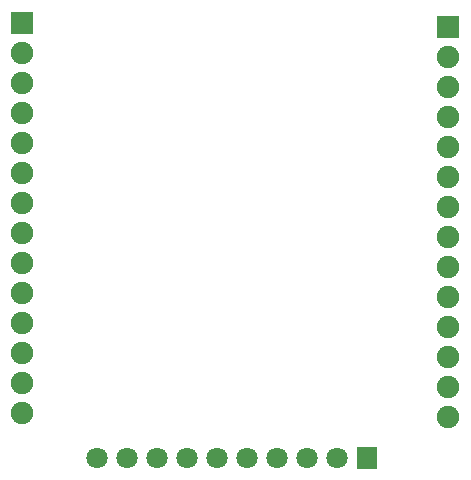
<source format=gbs>
G04 Layer: BottomSolderMaskLayer*
G04 EasyEDA v6.5.51, 2025-12-30 14:59:57*
G04 e2b6940d57744ff6b67d484dd8a43087,29e69997831044be9a653ea2d9381927,10*
G04 Gerber Generator version 0.2*
G04 Scale: 100 percent, Rotated: No, Reflected: No *
G04 Dimensions in millimeters *
G04 leading zeros omitted , absolute positions ,4 integer and 5 decimal *
%FSLAX45Y45*%
%MOMM*%

%AMMACRO1*4,1,8,-0.8085,-0.9008,-0.8382,-0.8708,-0.8382,0.8711,-0.8085,0.9008,0.8082,0.9008,0.8382,0.8711,0.8382,-0.8708,0.8082,-0.9008,-0.8085,-0.9008,0*%
%AMMACRO2*4,1,8,-0.921,-0.9507,-0.9507,-0.9207,-0.9507,0.921,-0.921,0.9507,0.9207,0.9507,0.9507,0.921,0.9507,-0.9207,0.9207,-0.9507,-0.921,-0.9507,0*%
%ADD10C,1.8016*%
%ADD11MACRO1*%
%ADD12MACRO2*%
%ADD13C,1.9016*%
%ADD14C,0.0198*%

%LPD*%
D10*
G01*
X4229100Y1993900D03*
G01*
X4483100Y1993900D03*
G01*
X4737100Y1993900D03*
G01*
X4991100Y1993900D03*
G01*
X5245100Y1993900D03*
G01*
X5499100Y1993900D03*
G01*
X5753100Y1993900D03*
G01*
X6007100Y1993900D03*
G01*
X6261100Y1993900D03*
D11*
G01*
X6515100Y1993887D03*
D12*
G01*
X7200900Y5638800D03*
D13*
G01*
X7200900Y5384800D03*
G01*
X7200900Y5130800D03*
G01*
X7200900Y4876800D03*
G01*
X7200900Y4622800D03*
G01*
X7200900Y4368800D03*
G01*
X7200900Y4114800D03*
G01*
X7200900Y3860800D03*
G01*
X7200900Y3606800D03*
G01*
X7200900Y3352800D03*
G01*
X7200900Y3098800D03*
G01*
X7200900Y2844800D03*
G01*
X7200900Y2590800D03*
G01*
X7200900Y2336800D03*
D12*
G01*
X3594100Y5676900D03*
D13*
G01*
X3594100Y5422900D03*
G01*
X3594100Y5168900D03*
G01*
X3594100Y4914900D03*
G01*
X3594100Y4660900D03*
G01*
X3594100Y4406900D03*
G01*
X3594100Y4152900D03*
G01*
X3594100Y3898900D03*
G01*
X3594100Y3644900D03*
G01*
X3594100Y3390900D03*
G01*
X3594100Y3136900D03*
G01*
X3594100Y2882900D03*
G01*
X3594100Y2628900D03*
G01*
X3594100Y2374900D03*
M02*

</source>
